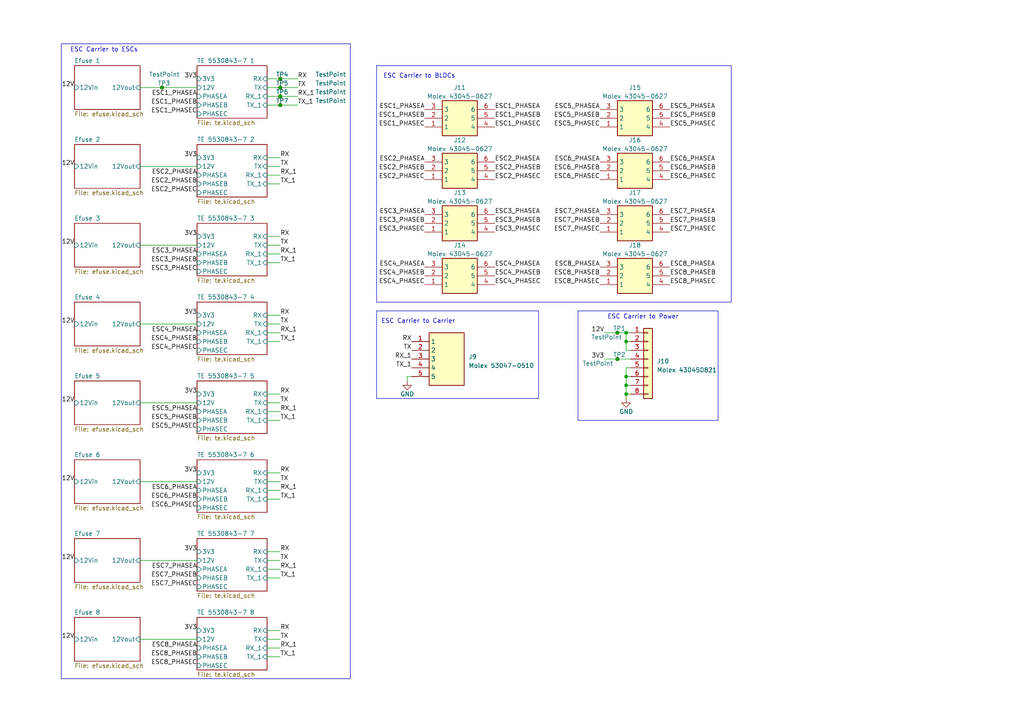
<source format=kicad_sch>
(kicad_sch (version 20230409) (generator eeschema)
  (paper "A4")
  (lib_symbols
    (symbol "43045-0627:43045-0627"
      (property "Reference" "J" (at 16.51 7.62 0))
      (property "Value" "43045-0627" (at 16.51 5.08 0))
      (symbol "43045-0627_1_1"
        (rectangle (start 5.08 2.54) (end 15.24 -7.62) (stroke (width 0.254)) (fill (type background)))
        (pin passive line (at 0 -5.08 0) (length 5.08) (name "1") (number "1"))
        (pin passive line (at 0 -2.54 0) (length 5.08) (name "2") (number "2"))
        (pin passive line (at 0 0 0) (length 5.08) (name "3") (number "3"))
        (pin passive line (at 20.32 -5.08 180) (length 5.08) (name "4") (number "4"))
        (pin passive line (at 20.32 -2.54 180) (length 5.08) (name "5") (number "5"))
        (pin passive line (at 20.32 0 180) (length 5.08) (name "6") (number "6"))
      )
    )
    (symbol "53047-0510:53047-0510"
      (property "Reference" "J" (at 16.51 7.62 0))
      (property "Value" "53047-0510" (at 16.51 5.08 0))
      (symbol "53047-0510_1_1"
        (rectangle (start 5.08 2.54) (end 15.24 -12.7) (stroke (width 0.254)) (fill (type background)))
        (pin passive line (at 0 0 0) (length 5.08) (name "1") (number "1"))
        (pin passive line (at 0 -2.54 0) (length 5.08) (name "2") (number "2"))
        (pin passive line (at 0 -5.08 0) (length 5.08) (name "3") (number "3"))
        (pin passive line (at 0 -7.62 0) (length 5.08) (name "4") (number "4"))
        (pin passive line (at 0 -10.16 0) (length 5.08) (name "5") (number "5"))
      )
    )
    (symbol "Connector:TestPoint_Small" (pin_numbers hide) (pin_names (offset 0.762) hide)
      (property "Reference" "TP" (at 0 3.81 0))
      (property "Value" "TestPoint_Small" (at 0 2.032 0))
      (symbol "TestPoint_Small_0_1"
        (circle (center 0 0) (radius 0.508))
      )
      (symbol "TestPoint_Small_1_1"
        (pin passive line (at 0 0 90) (length 0) (name "1") (number "1"))
      )
    )
    (symbol "Connector_Generic:Conn_01x08" (pin_names (offset 1.016) hide)
      (property "Reference" "J" (at 0 10.16 0))
      (property "Value" "Conn_01x08" (at 0 -12.7 0))
      (symbol "Conn_01x08_1_1"
        (rectangle (start -1.27 -10.033) (end 0 -10.287) (stroke (width 0.1524)))
        (rectangle (start -1.27 -7.493) (end 0 -7.747) (stroke (width 0.1524)))
        (rectangle (start -1.27 -4.953) (end 0 -5.207) (stroke (width 0.1524)))
        (rectangle (start -1.27 -2.413) (end 0 -2.667) (stroke (width 0.1524)))
        (rectangle (start -1.27 0.127) (end 0 -0.127) (stroke (width 0.1524)))
        (rectangle (start -1.27 2.667) (end 0 2.413) (stroke (width 0.1524)))
        (rectangle (start -1.27 5.207) (end 0 4.953) (stroke (width 0.1524)))
        (rectangle (start -1.27 7.747) (end 0 7.493) (stroke (width 0.1524)))
        (rectangle (start -1.27 8.89) (end 1.27 -11.43) (stroke (width 0.254)) (fill (type background)))
        (pin passive line (at -5.08 7.62 0) (length 3.81) (name "Pin_1") (number "1"))
        (pin passive line (at -5.08 5.08 0) (length 3.81) (name "Pin_2") (number "2"))
        (pin passive line (at -5.08 2.54 0) (length 3.81) (name "Pin_3") (number "3"))
        (pin passive line (at -5.08 0 0) (length 3.81) (name "Pin_4") (number "4"))
        (pin passive line (at -5.08 -2.54 0) (length 3.81) (name "Pin_5") (number "5"))
        (pin passive line (at -5.08 -5.08 0) (length 3.81) (name "Pin_6") (number "6"))
        (pin passive line (at -5.08 -7.62 0) (length 3.81) (name "Pin_7") (number "7"))
        (pin passive line (at -5.08 -10.16 0) (length 3.81) (name "Pin_8") (number "8"))
      )
    )
    (symbol "power:GND" (power) (pin_names (offset 0))
      (property "Value" "GND" (at 0 -3.81 0))
      (symbol "GND_0_1"
        (polyline (pts (xy 0 0) (xy 0 -1.27) (xy 1.27 -1.27) (xy 0 -2.54) (xy -1.27 -1.27) (xy 0 -1.27)))
      )
      (symbol "GND_1_1"
        (pin power_in line (at 0 0 270) (length 0) hide (name "GND") (number "1"))
      )
    )
  )
  (junction (at 179.07 96.52))
  (junction (at 181.61 109.22))
  (junction (at 181.61 99.06))
  (junction (at 46.99 25.4))
  (junction (at 179.07 104.14))
  (junction (at 81.28 27.94))
  (junction (at 81.28 30.48))
  (junction (at 181.61 111.76))
  (junction (at 181.61 114.3))
  (junction (at 81.28 22.86))
  (junction (at 181.61 96.52))
  (junction (at 81.28 25.4))
  (wire (pts (xy 179.07 104.14) (xy 182.88 104.14)))
  (wire (pts (xy 175.26 96.52) (xy 179.07 96.52)))
  (wire (pts (xy 77.47 68.58) (xy 81.28 68.58)))
  (wire (pts (xy 77.47 139.7) (xy 81.28 139.7)))
  (wire (pts (xy 81.28 25.4) (xy 86.36 25.4)))
  (wire (pts (xy 181.61 114.3) (xy 181.61 115.57)))
  (wire (pts (xy 77.47 27.94) (xy 81.28 27.94)))
  (wire (pts (xy 81.28 27.94) (xy 86.36 27.94)))
  (wire (pts (xy 40.64 185.42) (xy 57.15 185.42)))
  (wire (pts (xy 181.61 99.06) (xy 181.61 101.6)))
  (wire (pts (xy 40.64 116.84) (xy 57.15 116.84)))
  (wire (pts (xy 181.61 111.76) (xy 182.88 111.76)))
  (wire (pts (xy 40.64 93.98) (xy 57.15 93.98)))
  (wire (pts (xy 77.47 182.88) (xy 81.28 182.88)))
  (wire (pts (xy 77.47 187.96) (xy 81.28 187.96)))
  (wire (pts (xy 179.07 96.52) (xy 181.61 96.52)))
  (wire (pts (xy 181.61 96.52) (xy 181.61 99.06)))
  (wire (pts (xy 77.47 190.5) (xy 81.28 190.5)))
  (wire (pts (xy 182.88 101.6) (xy 181.61 101.6)))
  (wire (pts (xy 46.99 25.4) (xy 57.15 25.4)))
  (wire (pts (xy 77.47 142.24) (xy 81.28 142.24)))
  (wire (pts (xy 181.61 111.76) (xy 181.61 114.3)))
  (wire (pts (xy 77.47 93.98) (xy 81.28 93.98)))
  (wire (pts (xy 182.88 106.68) (xy 181.61 106.68)))
  (wire (pts (xy 77.47 116.84) (xy 81.28 116.84)))
  (wire (pts (xy 77.47 25.4) (xy 81.28 25.4)))
  (wire (pts (xy 77.47 53.34) (xy 81.28 53.34)))
  (wire (pts (xy 40.64 48.26) (xy 57.15 48.26)))
  (wire (pts (xy 77.47 144.78) (xy 81.28 144.78)))
  (wire (pts (xy 81.28 22.86) (xy 86.36 22.86)))
  (wire (pts (xy 77.47 114.3) (xy 81.28 114.3)))
  (wire (pts (xy 181.61 96.52) (xy 182.88 96.52)))
  (wire (pts (xy 77.47 48.26) (xy 81.28 48.26)))
  (wire (pts (xy 77.47 137.16) (xy 81.28 137.16)))
  (wire (pts (xy 77.47 22.86) (xy 81.28 22.86)))
  (wire (pts (xy 40.64 25.4) (xy 46.99 25.4)))
  (wire (pts (xy 40.64 139.7) (xy 57.15 139.7)))
  (wire (pts (xy 181.61 114.3) (xy 182.88 114.3)))
  (wire (pts (xy 77.47 165.1) (xy 81.28 165.1)))
  (wire (pts (xy 77.47 99.06) (xy 81.28 99.06)))
  (wire (pts (xy 175.26 104.14) (xy 179.07 104.14)))
  (wire (pts (xy 181.61 109.22) (xy 181.61 111.76)))
  (wire (pts (xy 77.47 50.8) (xy 81.28 50.8)))
  (wire (pts (xy 77.47 162.56) (xy 81.28 162.56)))
  (wire (pts (xy 77.47 167.64) (xy 81.28 167.64)))
  (wire (pts (xy 77.47 71.12) (xy 81.28 71.12)))
  (wire (pts (xy 181.61 106.68) (xy 181.61 109.22)))
  (wire (pts (xy 81.28 30.48) (xy 86.36 30.48)))
  (wire (pts (xy 119.38 109.22) (xy 118.11 109.22)))
  (wire (pts (xy 77.47 30.48) (xy 81.28 30.48)))
  (wire (pts (xy 77.47 121.92) (xy 81.28 121.92)))
  (wire (pts (xy 77.47 185.42) (xy 81.28 185.42)))
  (wire (pts (xy 118.11 109.22) (xy 118.11 110.49)))
  (wire (pts (xy 77.47 119.38) (xy 81.28 119.38)))
  (wire (pts (xy 77.47 91.44) (xy 81.28 91.44)))
  (wire (pts (xy 40.64 71.12) (xy 57.15 71.12)))
  (wire (pts (xy 77.47 76.2) (xy 81.28 76.2)))
  (wire (pts (xy 77.47 160.02) (xy 81.28 160.02)))
  (wire (pts (xy 77.47 73.66) (xy 81.28 73.66)))
  (wire (pts (xy 77.47 45.72) (xy 81.28 45.72)))
  (wire (pts (xy 40.64 162.56) (xy 57.15 162.56)))
  (wire (pts (xy 181.61 99.06) (xy 182.88 99.06)))
  (wire (pts (xy 77.47 96.52) (xy 81.28 96.52)))
  (wire (pts (xy 181.61 109.22) (xy 182.88 109.22)))
  (rectangle (start 109.22 19.05) (end 212.09 87.63))
  (rectangle (start 109.22 90.17) (end 156.21 115.57))
  (rectangle (start 17.78 12.7) (end 101.6 196.85))
  (rectangle (start 167.64 90.17) (end 208.28 121.92))
  (text "ESC Carrier to Carrier\n" (at 132.08 93.98 0) (effects (font (size 1.27 1.27)) (justify right bottom)))
  (text "ESC Carrier to ESCs" (at 20.32 15.24 0) (effects (font (size 1.27 1.27)) (justify left bottom)))
  (text "ESC Carrier to BLDCs" (at 132.08 22.86 0) (effects (font (size 1.27 1.27)) (justify right bottom)))
  (text "ESC Carrier to Power" (at 196.85 92.71 0) (effects (font (size 1.27 1.27)) (justify right bottom)))
  (label "TX_1" (at 81.28 53.34 0))
  (label "ESC6_PHASEA" (at 194.31 46.99 0))
  (label "ESC2_PHASEB" (at 143.51 49.53 0))
  (label "12V" (at 21.59 93.98 180))
  (label "3V3" (at 57.15 91.44 180))
  (label "ESC8_PHASEA" (at 173.99 77.47 180))
  (label "3V3" (at 57.15 22.86 180))
  (label "TX" (at 81.28 93.98 0))
  (label "12V" (at 21.59 139.7 180))
  (label "TX_1" (at 81.28 190.5 0))
  (label "ESC7_PHASEB" (at 173.99 64.77 180))
  (label "ESC2_PHASEB" (at 57.15 53.34 180))
  (label "ESC3_PHASEB" (at 123.19 64.77 180))
  (label "ESC2_PHASEC" (at 143.51 52.07 0))
  (label "ESC6_PHASEB" (at 173.99 49.53 180))
  (label "ESC8_PHASEB" (at 57.15 190.5 180))
  (label "RX" (at 81.28 160.02 0))
  (label "ESC1_PHASEC" (at 57.15 33.02 180))
  (label "RX_1" (at 86.36 27.94 0))
  (label "ESC8_PHASEC" (at 194.31 82.55 0))
  (label "RX_1" (at 81.28 73.66 0))
  (label "ESC1_PHASEA" (at 143.51 31.75 0))
  (label "ESC2_PHASEA" (at 143.51 46.99 0))
  (label "RX" (at 119.38 99.06 180))
  (label "TX_1" (at 81.28 167.64 0))
  (label "ESC2_PHASEC" (at 57.15 55.88 180))
  (label "RX_1" (at 81.28 142.24 0))
  (label "ESC5_PHASEC" (at 173.99 36.83 180))
  (label "ESC3_PHASEC" (at 123.19 67.31 180))
  (label "ESC6_PHASEA" (at 173.99 46.99 180))
  (label "ESC2_PHASEB" (at 123.19 49.53 180))
  (label "3V3" (at 57.15 114.3 180))
  (label "ESC1_PHASEB" (at 57.15 30.48 180))
  (label "ESC6_PHASEC" (at 194.31 52.07 0))
  (label "TX_1" (at 81.28 121.92 0))
  (label "3V3" (at 57.15 137.16 180))
  (label "ESC3_PHASEB" (at 143.51 64.77 0))
  (label "ESC5_PHASEB" (at 57.15 121.92 180))
  (label "RX_1" (at 119.38 104.14 180))
  (label "RX" (at 86.36 22.86 0))
  (label "ESC8_PHASEA" (at 57.15 187.96 180))
  (label "TX" (at 86.36 25.4 0))
  (label "RX_1" (at 81.28 50.8 0))
  (label "ESC8_PHASEA" (at 194.31 77.47 0))
  (label "ESC5_PHASEA" (at 194.31 31.75 0))
  (label "ESC4_PHASEC" (at 123.19 82.55 180))
  (label "RX" (at 81.28 182.88 0))
  (label "ESC6_PHASEB" (at 57.15 144.78 180))
  (label "ESC4_PHASEA" (at 57.15 96.52 180))
  (label "ESC1_PHASEB" (at 143.51 34.29 0))
  (label "ESC3_PHASEA" (at 57.15 73.66 180))
  (label "ESC5_PHASEA" (at 57.15 119.38 180))
  (label "ESC5_PHASEA" (at 173.99 31.75 180))
  (label "ESC1_PHASEA" (at 57.15 27.94 180))
  (label "ESC1_PHASEC" (at 143.51 36.83 0))
  (label "ESC6_PHASEC" (at 173.99 52.07 180))
  (label "3V3" (at 57.15 160.02 180))
  (label "ESC4_PHASEB" (at 143.51 80.01 0))
  (label "ESC6_PHASEC" (at 57.15 147.32 180))
  (label "TX_1" (at 86.36 30.48 0))
  (label "ESC5_PHASEB" (at 194.31 34.29 0))
  (label "ESC8_PHASEB" (at 194.31 80.01 0))
  (label "ESC4_PHASEC" (at 143.51 82.55 0))
  (label "ESC2_PHASEA" (at 57.15 50.8 180))
  (label "3V3" (at 175.26 104.14 180))
  (label "ESC3_PHASEB" (at 57.15 76.2 180))
  (label "3V3" (at 57.15 182.88 180))
  (label "ESC3_PHASEA" (at 123.19 62.23 180))
  (label "ESC7_PHASEB" (at 194.31 64.77 0))
  (label "ESC5_PHASEB" (at 173.99 34.29 180))
  (label "TX" (at 81.28 116.84 0))
  (label "RX" (at 81.28 68.58 0))
  (label "ESC4_PHASEA" (at 123.19 77.47 180))
  (label "12V" (at 21.59 116.84 180))
  (label "ESC7_PHASEC" (at 194.31 67.31 0))
  (label "ESC6_PHASEA" (at 57.15 142.24 180))
  (label "ESC1_PHASEB" (at 123.19 34.29 180))
  (label "ESC5_PHASEC" (at 194.31 36.83 0))
  (label "TX" (at 81.28 71.12 0))
  (label "12V" (at 175.26 96.52 180))
  (label "TX_1" (at 81.28 144.78 0))
  (label "ESC1_PHASEA" (at 123.19 31.75 180))
  (label "TX_1" (at 81.28 99.06 0))
  (label "ESC7_PHASEC" (at 173.99 67.31 180))
  (label "3V3" (at 57.15 68.58 180))
  (label "ESC8_PHASEC" (at 173.99 82.55 180))
  (label "12V" (at 21.59 25.4 180))
  (label "ESC4_PHASEC" (at 57.15 101.6 180))
  (label "RX" (at 81.28 45.72 0))
  (label "ESC7_PHASEC" (at 57.15 170.18 180))
  (label "ESC1_PHASEC" (at 123.19 36.83 180))
  (label "ESC4_PHASEB" (at 123.19 80.01 180))
  (label "RX" (at 81.28 114.3 0))
  (label "ESC8_PHASEB" (at 173.99 80.01 180))
  (label "12V" (at 21.59 71.12 180))
  (label "TX" (at 81.28 48.26 0))
  (label "RX_1" (at 81.28 165.1 0))
  (label "ESC3_PHASEC" (at 57.15 78.74 180))
  (label "12V" (at 21.59 185.42 180))
  (label "TX" (at 81.28 139.7 0))
  (label "RX_1" (at 81.28 119.38 0))
  (label "3V3" (at 57.15 45.72 180))
  (label "TX_1" (at 119.38 106.68 180))
  (label "ESC7_PHASEB" (at 57.15 167.64 180))
  (label "TX" (at 81.28 185.42 0))
  (label "12V" (at 21.59 48.26 180))
  (label "RX" (at 81.28 137.16 0))
  (label "ESC7_PHASEA" (at 173.99 62.23 180))
  (label "RX_1" (at 81.28 96.52 0))
  (label "TX_1" (at 81.28 76.2 0))
  (label "RX_1" (at 81.28 187.96 0))
  (label "ESC8_PHASEC" (at 57.15 193.04 180))
  (label "ESC3_PHASEA" (at 143.51 62.23 0))
  (label "ESC4_PHASEA" (at 143.51 77.47 0))
  (label "ESC7_PHASEA" (at 57.15 165.1 180))
  (label "ESC3_PHASEC" (at 143.51 67.31 0))
  (label "ESC2_PHASEA" (at 123.19 46.99 180))
  (label "TX" (at 119.38 101.6 180))
  (label "12V" (at 21.59 162.56 180))
  (label "TX" (at 81.28 162.56 0))
  (label "ESC4_PHASEB" (at 57.15 99.06 180))
  (label "ESC6_PHASEB" (at 194.31 49.53 0))
  (label "ESC5_PHASEC" (at 57.15 124.46 180))
  (label "RX" (at 81.28 91.44 0))
  (label "ESC2_PHASEC" (at 123.19 52.07 180))
  (label "ESC7_PHASEA" (at 194.31 62.23 0))
  (symbol (lib_id "43045-0627:43045-0627") (at 123.19 62.23 0) (unit 1)
    (property "Reference" "J13" (at 133.35 55.88 0))
    (property "Value" "Molex 43045-0627" (at 133.35 58.42 0))
    (property "Footprint" "43045-06YY_272829" (effects hide))
    (property "Datasheet" "https://www.molex.com/pdm_docs/sd/430450227_sd.pdf" (effects hide))
    (property "Height" "9.91" (effects hide))
    (property "Manufacturer_Name" "Molex" (effects hide))
    (property "Manufacturer_Part_Number" "43045-0627" (effects hide))
    (property "Mouser Part Number" "538-43045-0627" (effects hide))
    (property "Mouser Price/Stock" "https://www.mouser.co.uk/ProductDetail/Molex/43045-0627?qs=pWIReIhcJCQaGZnxO2uFjA%3D%3D" (effects hide))
  )
  (symbol (lib_id "power:GND") (at 181.61 115.57 0) (unit 1)
    (property "Reference" "#PWR050" (effects hide))
    (property "Value" "GND" (at 181.61 119.38 0))
  )
  (symbol (lib_id "43045-0627:43045-0627") (at 173.99 62.23 0) (unit 1)
    (property "Reference" "J17" (at 184.15 55.88 0))
    (property "Value" "Molex 43045-0627" (at 184.15 58.42 0))
    (property "Footprint" "43045-06YY_272829" (effects hide))
    (property "Datasheet" "https://www.molex.com/pdm_docs/sd/430450227_sd.pdf" (effects hide))
    (property "Height" "9.91" (effects hide))
    (property "Manufacturer_Name" "Molex" (effects hide))
    (property "Manufacturer_Part_Number" "43045-0627" (effects hide))
    (property "Mouser Part Number" "538-43045-0627" (effects hide))
    (property "Mouser Price/Stock" "https://www.mouser.co.uk/ProductDetail/Molex/43045-0627?qs=pWIReIhcJCQaGZnxO2uFjA%3D%3D" (effects hide))
  )
  (symbol (lib_id "Connector:TestPoint_Small") (at 179.07 96.52 0) (unit 1)
    (property "Reference" "TP1" (at 177.8 95.25 0) (effects (justify left)))
    (property "Value" "TestPoint" (at 171.45 97.79 0) (effects (justify left)))
    (property "Footprint" "TestPoint:TestPoint_Pad_D2.0mm" (effects hide))
  )
  (symbol (lib_id "53047-0510:53047-0510") (at 119.38 99.06 0) (unit 1)
    (property "Reference" "J9" (at 135.89 103.505 0) (effects (justify left)))
    (property "Value" "Molex 53047-0510" (at 135.89 106.045 0) (effects (justify left)))
    (property "Footprint" "SHDR5W27P0X125_1X5_800X320X440P" (effects hide))
    (property "Datasheet" "https://www.molex.com/pdm_docs/sd/530470510_sd.pdf" (effects hide))
    (property "Height" "4.4" (effects hide))
    (property "Manufacturer_Name" "Molex" (effects hide))
    (property "Manufacturer_Part_Number" "53047-0510" (effects hide))
    (property "Mouser Part Number" "538-53047-0510" (effects hide))
    (property "Mouser Price/Stock" "https://www.mouser.co.uk/ProductDetail/Molex/53047-0510?qs=KC2ywxza1koXSHAr3dqR%2FQ%3D%3D" (effects hide))
    (property "Arrow Part Number" "53047-0510" (effects hide))
    (property "Arrow Price/Stock" "https://www.arrow.com/en/products/53047-0510/molex?region=nac" (effects hide))
  )
  (symbol (lib_id "Connector:TestPoint_Small") (at 81.28 22.86 0) (unit 1)
    (property "Reference" "TP4" (at 80.01 21.59 0) (effects (justify left)))
    (property "Value" "TestPoint" (at 91.44 21.59 0) (effects (justify left)))
    (property "Footprint" "TestPoint:TestPoint_Pad_D2.0mm" (effects hide))
  )
  (symbol (lib_id "Connector:TestPoint_Small") (at 81.28 27.94 0) (unit 1)
    (property "Reference" "TP6" (at 80.01 26.67 0) (effects (justify left)))
    (property "Value" "TestPoint" (at 91.44 26.67 0) (effects (justify left)))
    (property "Footprint" "TestPoint:TestPoint_Pad_D2.0mm" (effects hide))
  )
  (symbol (lib_id "Connector_Generic:Conn_01x08") (at 187.96 104.14 0) (unit 1)
    (property "Reference" "J10" (at 190.5 104.775 0) (effects (justify left)))
    (property "Value" "Molex 430450821" (at 190.5 107.315 0) (effects (justify left)))
    (property "Footprint" "Power:CON_430450821_MOL" (effects hide))
  )
  (symbol (lib_id "43045-0627:43045-0627") (at 173.99 77.47 0) (unit 1)
    (property "Reference" "J18" (at 184.15 71.12 0))
    (property "Value" "Molex 43045-0627" (at 184.15 73.66 0))
    (property "Footprint" "43045-06YY_272829" (effects hide))
    (property "Datasheet" "https://www.molex.com/pdm_docs/sd/430450227_sd.pdf" (effects hide))
    (property "Height" "9.91" (effects hide))
    (property "Manufacturer_Name" "Molex" (effects hide))
    (property "Manufacturer_Part_Number" "43045-0627" (effects hide))
    (property "Mouser Part Number" "538-43045-0627" (effects hide))
    (property "Mouser Price/Stock" "https://www.mouser.co.uk/ProductDetail/Molex/43045-0627?qs=pWIReIhcJCQaGZnxO2uFjA%3D%3D" (effects hide))
  )
  (symbol (lib_id "43045-0627:43045-0627") (at 123.19 46.99 0) (unit 1)
    (property "Reference" "J12" (at 133.35 40.64 0))
    (property "Value" "Molex 43045-0627" (at 133.35 43.18 0))
    (property "Footprint" "43045-06YY_272829" (effects hide))
    (property "Datasheet" "https://www.molex.com/pdm_docs/sd/430450227_sd.pdf" (effects hide))
    (property "Height" "9.91" (effects hide))
    (property "Manufacturer_Name" "Molex" (effects hide))
    (property "Manufacturer_Part_Number" "43045-0627" (effects hide))
    (property "Mouser Part Number" "538-43045-0627" (effects hide))
    (property "Mouser Price/Stock" "https://www.mouser.co.uk/ProductDetail/Molex/43045-0627?qs=pWIReIhcJCQaGZnxO2uFjA%3D%3D" (effects hide))
  )
  (symbol (lib_id "43045-0627:43045-0627") (at 123.19 77.47 0) (unit 1)
    (property "Reference" "J14" (at 133.35 71.12 0))
    (property "Value" "Molex 43045-0627" (at 133.35 73.66 0))
    (property "Footprint" "43045-06YY_272829" (effects hide))
    (property "Datasheet" "https://www.molex.com/pdm_docs/sd/430450227_sd.pdf" (effects hide))
    (property "Height" "9.91" (effects hide))
    (property "Manufacturer_Name" "Molex" (effects hide))
    (property "Manufacturer_Part_Number" "43045-0627" (effects hide))
    (property "Mouser Part Number" "538-43045-0627" (effects hide))
    (property "Mouser Price/Stock" "https://www.mouser.co.uk/ProductDetail/Molex/43045-0627?qs=pWIReIhcJCQaGZnxO2uFjA%3D%3D" (effects hide))
  )
  (symbol (lib_id "power:GND") (at 118.11 110.49 0) (unit 1)
    (property "Reference" "#PWR08" (effects hide))
    (property "Value" "GND" (at 118.11 114.3 0))
  )
  (symbol (lib_id "Connector:TestPoint_Small") (at 81.28 30.48 0) (unit 1)
    (property "Reference" "TP7" (at 80.01 29.21 0) (effects (justify left)))
    (property "Value" "TestPoint" (at 91.44 29.21 0) (effects (justify left)))
    (property "Footprint" "TestPoint:TestPoint_Pad_D2.0mm" (effects hide))
  )
  (symbol (lib_id "Connector:TestPoint_Small") (at 81.28 25.4 0) (unit 1)
    (property "Reference" "TP5" (at 80.01 24.13 0) (effects (justify left)))
    (property "Value" "TestPoint" (at 91.44 24.13 0) (effects (justify left)))
    (property "Footprint" "TestPoint:TestPoint_Pad_D2.0mm" (effects hide))
  )
  (symbol (lib_id "Connector:TestPoint_Small") (at 179.07 104.14 0) (unit 1)
    (property "Reference" "TP2" (at 177.8 102.87 0) (effects (justify left)))
    (property "Value" "TestPoint" (at 168.91 105.41 0) (effects (justify left)))
    (property "Footprint" "TestPoint:TestPoint_Pad_D2.0mm" (effects hide))
  )
  (symbol (lib_id "43045-0627:43045-0627") (at 173.99 31.75 0) (unit 1)
    (property "Reference" "J15" (at 184.15 25.4 0))
    (property "Value" "Molex 43045-0627" (at 184.15 27.94 0))
    (property "Footprint" "43045-06YY_272829" (effects hide))
    (property "Datasheet" "https://www.molex.com/pdm_docs/sd/430450227_sd.pdf" (effects hide))
    (property "Height" "9.91" (effects hide))
    (property "Manufacturer_Name" "Molex" (effects hide))
    (property "Manufacturer_Part_Number" "43045-0627" (effects hide))
    (property "Mouser Part Number" "538-43045-0627" (effects hide))
    (property "Mouser Price/Stock" "https://www.mouser.co.uk/ProductDetail/Molex/43045-0627?qs=pWIReIhcJCQaGZnxO2uFjA%3D%3D" (effects hide))
  )
  (symbol (lib_id "43045-0627:43045-0627") (at 123.19 31.75 0) (unit 1)
    (property "Reference" "J11" (at 133.35 25.4 0))
    (property "Value" "Molex 43045-0627" (at 133.35 27.94 0))
    (property "Footprint" "43045-06YY_272829" (effects hide))
    (property "Datasheet" "https://www.molex.com/pdm_docs/sd/430450227_sd.pdf" (effects hide))
    (property "Height" "9.91" (effects hide))
    (property "Manufacturer_Name" "Molex" (effects hide))
    (property "Manufacturer_Part_Number" "43045-0627" (effects hide))
    (property "Mouser Part Number" "538-43045-0627" (effects hide))
    (property "Mouser Price/Stock" "https://www.mouser.co.uk/ProductDetail/Molex/43045-0627?qs=pWIReIhcJCQaGZnxO2uFjA%3D%3D" (effects hide))
  )
  (symbol (lib_id "43045-0627:43045-0627") (at 173.99 46.99 0) (unit 1)
    (property "Reference" "J16" (at 184.15 40.64 0))
    (property "Value" "Molex 43045-0627" (at 184.15 43.18 0))
    (property "Footprint" "43045-06YY_272829" (effects hide))
    (property "Datasheet" "https://www.molex.com/pdm_docs/sd/430450227_sd.pdf" (effects hide))
    (property "Height" "9.91" (effects hide))
    (property "Manufacturer_Name" "Molex" (effects hide))
    (property "Manufacturer_Part_Number" "43045-0627" (effects hide))
    (property "Mouser Part Number" "538-43045-0627" (effects hide))
    (property "Mouser Price/Stock" "https://www.mouser.co.uk/ProductDetail/Molex/43045-0627?qs=pWIReIhcJCQaGZnxO2uFjA%3D%3D" (effects hide))
  )
  (symbol (lib_id "Connector:TestPoint_Small") (at 46.99 25.4 0) (unit 1)
    (property "Reference" "TP3" (at 45.72 24.13 0) (effects (justify left)))
    (property "Value" "TestPoint" (at 43.18 21.59 0) (effects (justify left)))
    (property "Footprint" "TestPoint:TestPoint_Pad_D2.0mm" (effects hide))
  )
  (sheet (at 21.59 64.77) (size 19.05 12.7) (stroke (width 0.1524))
    (property "Sheetname" "Efuse 3" (at 21.59 64.0584 0) (effects (justify left bottom)))
    (property "Sheetfile" "efuse.kicad_sch" (at 21.59 78.0546 0) (effects (justify left top)))
    (pin "12Vin" input (at 21.59 71.12 180))
    (pin "12Vout" input (at 40.64 71.12 0))
  )
  (sheet (at 21.59 179.07) (size 19.05 12.7) (stroke (width 0.1524))
    (property "Sheetname" "Efuse 8" (at 21.59 178.3584 0) (effects (justify left bottom)))
    (property "Sheetfile" "efuse.kicad_sch" (at 21.59 192.3546 0) (effects (justify left top)))
    (pin "12Vin" input (at 21.59 185.42 180))
    (pin "12Vout" input (at 40.64 185.42 0))
  )
  (sheet (at 21.59 19.05) (size 19.05 12.7) (stroke (width 0.1524))
    (property "Sheetname" "Efuse 1" (at 21.59 18.3384 0) (effects (justify left bottom)))
    (property "Sheetfile" "efuse.kicad_sch" (at 21.59 32.3346 0) (effects (justify left top)))
    (pin "12Vin" input (at 21.59 25.4 180))
    (pin "12Vout" input (at 40.64 25.4 0))
  )
  (sheet (at 57.15 179.07) (size 20.32 15.24) (stroke (width 0.1524))
    (property "Sheetname" "TE 5530843-7 8" (at 57.15 178.3584 0) (effects (justify left bottom)))
    (property "Sheetfile" "te.kicad_sch" (at 57.15 194.8946 0) (effects (justify left top)))
    (pin "3V3" input (at 57.15 182.88 180))
    (pin "12V" input (at 57.15 185.42 180))
    (pin "TX_1" input (at 77.47 190.5 0))
    (pin "RX_1" input (at 77.47 187.96 0))
    (pin "RX" input (at 77.47 182.88 0))
    (pin "TX" input (at 77.47 185.42 0))
    (pin "PHASEA" input (at 57.15 187.96 180))
    (pin "PHASEB" input (at 57.15 190.5 180))
    (pin "PHASEC" input (at 57.15 193.04 180))
  )
  (sheet (at 57.15 19.05) (size 20.32 15.24) (stroke (width 0.1524))
    (property "Sheetname" "TE 5530843-7 1" (at 57.15 18.3384 0) (effects (justify left bottom)))
    (property "Sheetfile" "te.kicad_sch" (at 57.15 34.8746 0) (effects (justify left top)))
    (pin "3V3" input (at 57.15 22.86 180))
    (pin "12V" input (at 57.15 25.4 180))
    (pin "TX_1" input (at 77.47 30.48 0))
    (pin "RX_1" input (at 77.47 27.94 0))
    (pin "RX" input (at 77.47 22.86 0))
    (pin "TX" input (at 77.47 25.4 0))
    (pin "PHASEA" input (at 57.15 27.94 180))
    (pin "PHASEB" input (at 57.15 30.48 180))
    (pin "PHASEC" input (at 57.15 33.02 180))
  )
  (sheet (at 57.15 133.35) (size 20.32 15.24) (stroke (width 0.1524))
    (property "Sheetname" "TE 5530843-7 6" (at 57.15 132.6384 0) (effects (justify left bottom)))
    (property "Sheetfile" "te.kicad_sch" (at 57.15 149.1746 0) (effects (justify left top)))
    (pin "3V3" input (at 57.15 137.16 180))
    (pin "12V" input (at 57.15 139.7 180))
    (pin "TX_1" input (at 77.47 144.78 0))
    (pin "RX_1" input (at 77.47 142.24 0))
    (pin "RX" input (at 77.47 137.16 0))
    (pin "TX" input (at 77.47 139.7 0))
    (pin "PHASEA" input (at 57.15 142.24 180))
    (pin "PHASEB" input (at 57.15 144.78 180))
    (pin "PHASEC" input (at 57.15 147.32 180))
  )
  (sheet (at 21.59 110.49) (size 19.05 12.7) (stroke (width 0.1524))
    (property "Sheetname" "Efuse 5" (at 21.59 109.7784 0) (effects (justify left bottom)))
    (property "Sheetfile" "efuse.kicad_sch" (at 21.59 123.7746 0) (effects (justify left top)))
    (pin "12Vin" input (at 21.59 116.84 180))
    (pin "12Vout" input (at 40.64 116.84 0))
  )
  (sheet (at 57.15 87.63) (size 20.32 15.24) (stroke (width 0.1524))
    (property "Sheetname" "TE 5530843-7 4" (at 57.15 86.9184 0) (effects (justify left bottom)))
    (property "Sheetfile" "te.kicad_sch" (at 57.15 103.4546 0) (effects (justify left top)))
    (pin "3V3" input (at 57.15 91.44 180))
    (pin "12V" input (at 57.15 93.98 180))
    (pin "TX_1" input (at 77.47 99.06 0))
    (pin "RX_1" input (at 77.47 96.52 0))
    (pin "RX" input (at 77.47 91.44 0))
    (pin "TX" input (at 77.47 93.98 0))
    (pin "PHASEA" input (at 57.15 96.52 180))
    (pin "PHASEB" input (at 57.15 99.06 180))
    (pin "PHASEC" input (at 57.15 101.6 180))
  )
  (sheet (at 57.15 110.49) (size 20.32 15.24) (stroke (width 0.1524))
    (property "Sheetname" "TE 5530843-7 5" (at 57.15 109.7784 0) (effects (justify left bottom)))
    (property "Sheetfile" "te.kicad_sch" (at 57.15 126.3146 0) (effects (justify left top)))
    (pin "3V3" input (at 57.15 114.3 180))
    (pin "12V" input (at 57.15 116.84 180))
    (pin "TX_1" input (at 77.47 121.92 0))
    (pin "RX_1" input (at 77.47 119.38 0))
    (pin "RX" input (at 77.47 114.3 0))
    (pin "TX" input (at 77.47 116.84 0))
    (pin "PHASEA" input (at 57.15 119.38 180))
    (pin "PHASEB" input (at 57.15 121.92 180))
    (pin "PHASEC" input (at 57.15 124.46 180))
  )
  (sheet (at 21.59 87.63) (size 19.05 12.7) (stroke (width 0.1524))
    (property "Sheetname" "Efuse 4" (at 21.59 86.9184 0) (effects (justify left bottom)))
    (property "Sheetfile" "efuse.kicad_sch" (at 21.59 100.9146 0) (effects (justify left top)))
    (pin "12Vin" input (at 21.59 93.98 180))
    (pin "12Vout" input (at 40.64 93.98 0))
  )
  (sheet (at 21.59 156.21) (size 19.05 12.7) (stroke (width 0.1524))
    (property "Sheetname" "Efuse 7" (at 21.59 155.4984 0) (effects (justify left bottom)))
    (property "Sheetfile" "efuse.kicad_sch" (at 21.59 169.4946 0) (effects (justify left top)))
    (pin "12Vin" input (at 21.59 162.56 180))
    (pin "12Vout" input (at 40.64 162.56 0))
  )
  (sheet (at 21.59 41.91) (size 19.05 12.7) (stroke (width 0.1524))
    (property "Sheetname" "Efuse 2" (at 21.59 41.1984 0) (effects (justify left bottom)))
    (property "Sheetfile" "efuse.kicad_sch" (at 21.59 55.1946 0) (effects (justify left top)))
    (pin "12Vin" input (at 21.59 48.26 180))
    (pin "12Vout" input (at 40.64 48.26 0))
  )
  (sheet (at 57.15 156.21) (size 20.32 15.24) (stroke (width 0.1524))
    (property "Sheetname" "TE 5530843-7 7" (at 57.15 155.4984 0) (effects (justify left bottom)))
    (property "Sheetfile" "te.kicad_sch" (at 57.15 172.0346 0) (effects (justify left top)))
    (pin "3V3" input (at 57.15 160.02 180))
    (pin "12V" input (at 57.15 162.56 180))
    (pin "TX_1" input (at 77.47 167.64 0))
    (pin "RX_1" input (at 77.47 165.1 0))
    (pin "RX" input (at 77.47 160.02 0))
    (pin "TX" input (at 77.47 162.56 0))
    (pin "PHASEA" input (at 57.15 165.1 180))
    (pin "PHASEB" input (at 57.15 167.64 180))
    (pin "PHASEC" input (at 57.15 170.18 180))
  )
  (sheet (at 57.15 41.91) (size 20.32 15.24) (stroke (width 0.1524))
    (property "Sheetname" "TE 5530843-7 2" (at 57.15 41.1984 0) (effects (justify left bottom)))
    (property "Sheetfile" "te.kicad_sch" (at 57.15 57.7346 0) (effects (justify left top)))
    (pin "3V3" input (at 57.15 45.72 180))
    (pin "12V" input (at 57.15 48.26 180))
    (pin "TX_1" input (at 77.47 53.34 0))
    (pin "RX_1" input (at 77.47 50.8 0))
    (pin "RX" input (at 77.47 45.72 0))
    (pin "TX" input (at 77.47 48.26 0))
    (pin "PHASEA" input (at 57.15 50.8 180))
    (pin "PHASEB" input (at 57.15 53.34 180))
    (pin "PHASEC" input (at 57.15 55.88 180))
  )
  (sheet (at 57.15 64.77) (size 20.32 15.24) (stroke (width 0.1524))
    (property "Sheetname" "TE 5530843-7 3" (at 57.15 64.0584 0) (effects (justify left bottom)))
    (property "Sheetfile" "te.kicad_sch" (at 57.15 80.5946 0) (effects (justify left top)))
    (pin "3V3" input (at 57.15 68.58 180))
    (pin "12V" input (at 57.15 71.12 180))
    (pin "TX_1" input (at 77.47 76.2 0))
    (pin "RX_1" input (at 77.47 73.66 0))
    (pin "RX" input (at 77.47 68.58 0))
    (pin "TX" input (at 77.47 71.12 0))
    (pin "PHASEA" input (at 57.15 73.66 180))
    (pin "PHASEB" input (at 57.15 76.2 180))
    (pin "PHASEC" input (at 57.15 78.74 180))
  )
  (sheet (at 21.59 133.35) (size 19.05 12.7) (stroke (width 0.1524))
    (property "Sheetname" "Efuse 6" (at 21.59 132.6384 0) (effects (justify left bottom)))
    (property "Sheetfile" "efuse.kicad_sch" (at 21.59 146.6346 0) (effects (justify left top)))
    (pin "12Vin" input (at 21.59 139.7 180))
    (pin "12Vout" input (at 40.64 139.7 0))
  )
)
</source>
